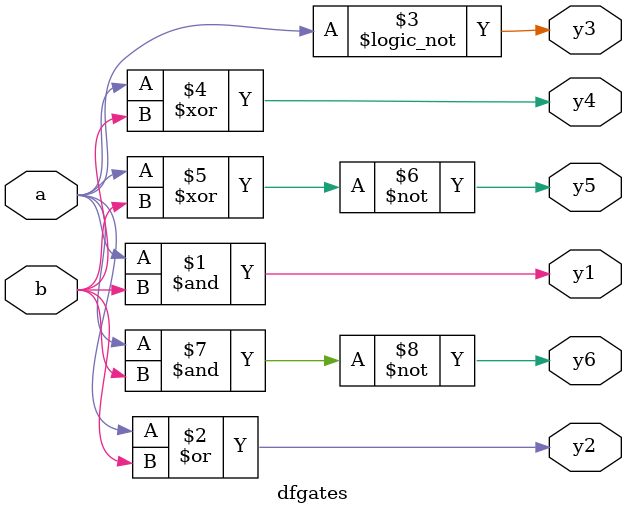
<source format=v>
module dfgates(a,b,y1,y2,y3,y4,y5,y6);
    input a,b;
    output y1,y2,y3,y4,y5,y6;
    assign y1 = a&b;
    assign y2 = a|b;
    assign y3 = !a;
    assign y4 = a^b;
    assign y5 = ~(a^b);
    assign y6 = ~(a&b);
endmodule
</source>
